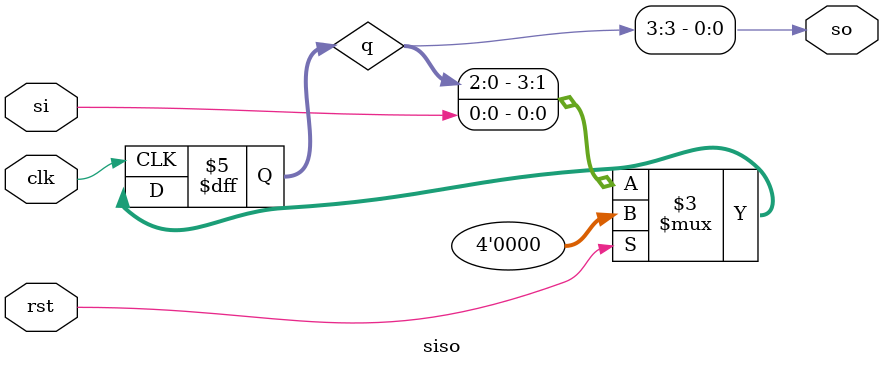
<source format=sv>
module siso(
  input logic clk,si,rst,
  output logic so
);
  logic [3:0]q;

  always_ff @(posedge clk)begin
    if (rst)
      q<=0;
    else 
    q<= {q[2:0],si};
  end
    assign so=q[3];
endmodule 

</source>
